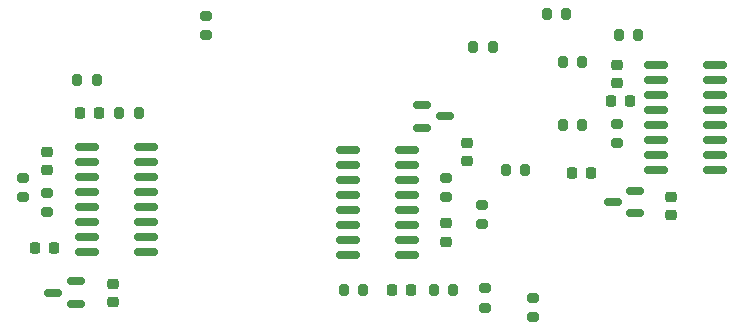
<source format=gbr>
%TF.GenerationSoftware,KiCad,Pcbnew,7.0.1-0*%
%TF.CreationDate,2023-09-14T23:18:32-07:00*%
%TF.ProjectId,HX-board,48582d62-6f61-4726-942e-6b696361645f,rev?*%
%TF.SameCoordinates,Original*%
%TF.FileFunction,Paste,Bot*%
%TF.FilePolarity,Positive*%
%FSLAX46Y46*%
G04 Gerber Fmt 4.6, Leading zero omitted, Abs format (unit mm)*
G04 Created by KiCad (PCBNEW 7.0.1-0) date 2023-09-14 23:18:32*
%MOMM*%
%LPD*%
G01*
G04 APERTURE LIST*
G04 Aperture macros list*
%AMRoundRect*
0 Rectangle with rounded corners*
0 $1 Rounding radius*
0 $2 $3 $4 $5 $6 $7 $8 $9 X,Y pos of 4 corners*
0 Add a 4 corners polygon primitive as box body*
4,1,4,$2,$3,$4,$5,$6,$7,$8,$9,$2,$3,0*
0 Add four circle primitives for the rounded corners*
1,1,$1+$1,$2,$3*
1,1,$1+$1,$4,$5*
1,1,$1+$1,$6,$7*
1,1,$1+$1,$8,$9*
0 Add four rect primitives between the rounded corners*
20,1,$1+$1,$2,$3,$4,$5,0*
20,1,$1+$1,$4,$5,$6,$7,0*
20,1,$1+$1,$6,$7,$8,$9,0*
20,1,$1+$1,$8,$9,$2,$3,0*%
G04 Aperture macros list end*
%ADD10RoundRect,0.200000X0.275000X-0.200000X0.275000X0.200000X-0.275000X0.200000X-0.275000X-0.200000X0*%
%ADD11RoundRect,0.200000X-0.200000X-0.275000X0.200000X-0.275000X0.200000X0.275000X-0.200000X0.275000X0*%
%ADD12RoundRect,0.200000X-0.275000X0.200000X-0.275000X-0.200000X0.275000X-0.200000X0.275000X0.200000X0*%
%ADD13RoundRect,0.225000X0.250000X-0.225000X0.250000X0.225000X-0.250000X0.225000X-0.250000X-0.225000X0*%
%ADD14RoundRect,0.150000X0.587500X0.150000X-0.587500X0.150000X-0.587500X-0.150000X0.587500X-0.150000X0*%
%ADD15RoundRect,0.225000X-0.225000X-0.250000X0.225000X-0.250000X0.225000X0.250000X-0.225000X0.250000X0*%
%ADD16RoundRect,0.200000X0.200000X0.275000X-0.200000X0.275000X-0.200000X-0.275000X0.200000X-0.275000X0*%
%ADD17RoundRect,0.150000X0.850000X0.150000X-0.850000X0.150000X-0.850000X-0.150000X0.850000X-0.150000X0*%
%ADD18RoundRect,0.225000X-0.250000X0.225000X-0.250000X-0.225000X0.250000X-0.225000X0.250000X0.225000X0*%
%ADD19RoundRect,0.150000X-0.850000X-0.150000X0.850000X-0.150000X0.850000X0.150000X-0.850000X0.150000X0*%
%ADD20RoundRect,0.150000X-0.587500X-0.150000X0.587500X-0.150000X0.587500X0.150000X-0.587500X0.150000X0*%
G04 APERTURE END LIST*
D10*
%TO.C,R15*%
X118110000Y-102171000D03*
X118110000Y-100521000D03*
%TD*%
D11*
%TO.C,R44*%
X107188000Y-105918000D03*
X108838000Y-105918000D03*
%TD*%
D12*
%TO.C,R9*%
X141700000Y-123575000D03*
X141700000Y-125225000D03*
%TD*%
%TO.C,R37*%
X152908000Y-109665000D03*
X152908000Y-111315000D03*
%TD*%
D13*
%TO.C,C24*%
X152908000Y-106185000D03*
X152908000Y-104635000D03*
%TD*%
D14*
%TO.C,Q6*%
X154432000Y-115316000D03*
X154432000Y-117216000D03*
X152557000Y-116266000D03*
%TD*%
D15*
%TO.C,C20*%
X133845000Y-123698000D03*
X135395000Y-123698000D03*
%TD*%
D14*
%TO.C,Q7*%
X107031000Y-123002000D03*
X107031000Y-124902000D03*
X105156000Y-123952000D03*
%TD*%
D13*
%TO.C,C17*%
X157480000Y-117361000D03*
X157480000Y-115811000D03*
%TD*%
D10*
%TO.C,R33*%
X138430000Y-115887000D03*
X138430000Y-114237000D03*
%TD*%
D11*
%TO.C,R38*%
X148273000Y-109728000D03*
X149923000Y-109728000D03*
%TD*%
%TO.C,R43*%
X110744000Y-108712000D03*
X112394000Y-108712000D03*
%TD*%
D12*
%TO.C,R41*%
X104648000Y-115507000D03*
X104648000Y-117157000D03*
%TD*%
%TO.C,R42*%
X102616000Y-114237000D03*
X102616000Y-115887000D03*
%TD*%
%TO.C,R3*%
X145796000Y-124397000D03*
X145796000Y-126047000D03*
%TD*%
D11*
%TO.C,R35*%
X137351000Y-123698000D03*
X139001000Y-123698000D03*
%TD*%
D16*
%TO.C,R11*%
X142366000Y-103124000D03*
X140716000Y-103124000D03*
%TD*%
%TO.C,R40*%
X149923000Y-104394000D03*
X148273000Y-104394000D03*
%TD*%
D11*
%TO.C,R39*%
X153036000Y-102108000D03*
X154686000Y-102108000D03*
%TD*%
D10*
%TO.C,R34*%
X141478000Y-118173000D03*
X141478000Y-116523000D03*
%TD*%
D17*
%TO.C,U5*%
X135088000Y-111887000D03*
X135088000Y-113157000D03*
X135088000Y-114427000D03*
X135088000Y-115697000D03*
X135088000Y-116967000D03*
X135088000Y-118237000D03*
X135088000Y-119507000D03*
X135088000Y-120777000D03*
X130088000Y-120777000D03*
X130088000Y-119507000D03*
X130088000Y-118237000D03*
X130088000Y-116967000D03*
X130088000Y-115697000D03*
X130088000Y-114427000D03*
X130088000Y-113157000D03*
X130088000Y-111887000D03*
%TD*%
D11*
%TO.C,R12*%
X143447000Y-113538000D03*
X145097000Y-113538000D03*
%TD*%
D18*
%TO.C,C27*%
X104648000Y-112001000D03*
X104648000Y-113551000D03*
%TD*%
D16*
%TO.C,R8*%
X148590000Y-100330000D03*
X146940000Y-100330000D03*
%TD*%
D13*
%TO.C,C19*%
X138430000Y-119634000D03*
X138430000Y-118084000D03*
%TD*%
D19*
%TO.C,U7*%
X107990000Y-120523000D03*
X107990000Y-119253000D03*
X107990000Y-117983000D03*
X107990000Y-116713000D03*
X107990000Y-115443000D03*
X107990000Y-114173000D03*
X107990000Y-112903000D03*
X107990000Y-111633000D03*
X112990000Y-111633000D03*
X112990000Y-112903000D03*
X112990000Y-114173000D03*
X112990000Y-115443000D03*
X112990000Y-116713000D03*
X112990000Y-117983000D03*
X112990000Y-119253000D03*
X112990000Y-120523000D03*
%TD*%
D16*
%TO.C,R36*%
X131381000Y-123698000D03*
X129731000Y-123698000D03*
%TD*%
D13*
%TO.C,C25*%
X110236000Y-124727000D03*
X110236000Y-123177000D03*
%TD*%
D19*
%TO.C,U6*%
X156210000Y-113538000D03*
X156210000Y-112268000D03*
X156210000Y-110998000D03*
X156210000Y-109728000D03*
X156210000Y-108458000D03*
X156210000Y-107188000D03*
X156210000Y-105918000D03*
X156210000Y-104648000D03*
X161210000Y-104648000D03*
X161210000Y-105918000D03*
X161210000Y-107188000D03*
X161210000Y-108458000D03*
X161210000Y-109728000D03*
X161210000Y-110998000D03*
X161210000Y-112268000D03*
X161210000Y-113538000D03*
%TD*%
D15*
%TO.C,C23*%
X152400000Y-107696000D03*
X153950000Y-107696000D03*
%TD*%
D18*
%TO.C,C18*%
X140208000Y-111252000D03*
X140208000Y-112802000D03*
%TD*%
D15*
%TO.C,C28*%
X107429000Y-108712000D03*
X108979000Y-108712000D03*
%TD*%
%TO.C,C22*%
X149085000Y-113792000D03*
X150635000Y-113792000D03*
%TD*%
%TO.C,C26*%
X103619000Y-120142000D03*
X105169000Y-120142000D03*
%TD*%
D20*
%TO.C,Q5*%
X136398000Y-109982000D03*
X136398000Y-108082000D03*
X138273000Y-109032000D03*
%TD*%
M02*

</source>
